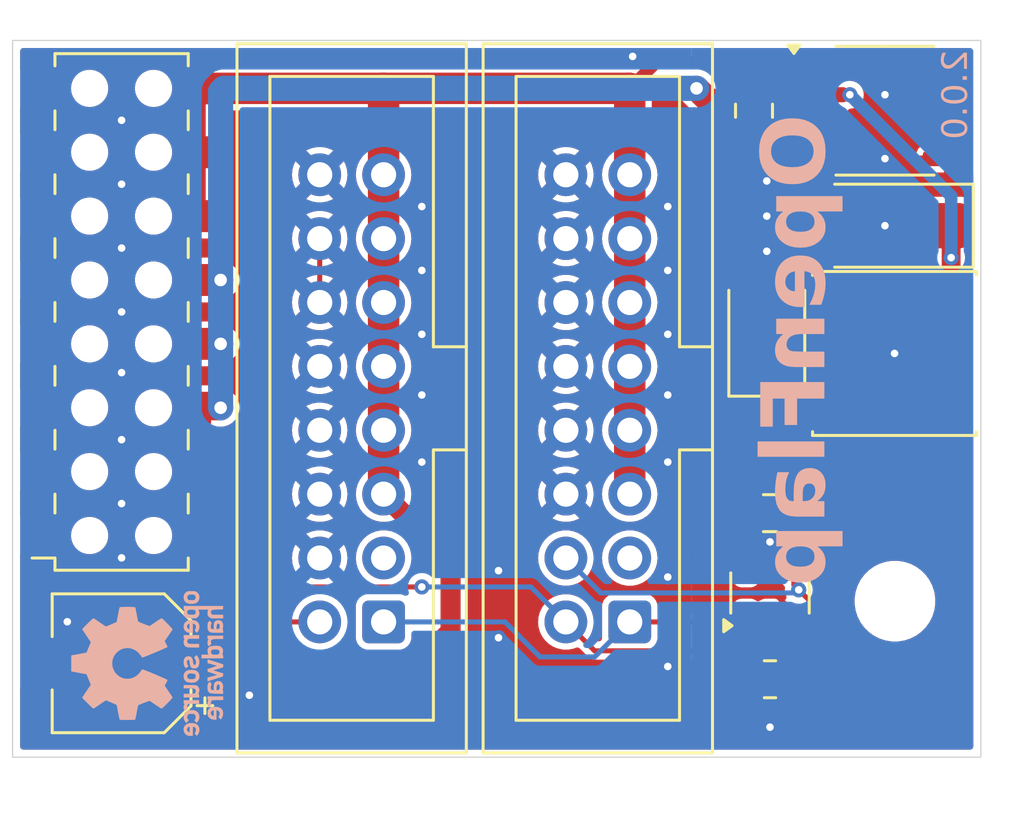
<source format=kicad_pcb>
(kicad_pcb (version 20240108) (generator "pcbnew") (generator_version "8.0")
  (title_block (title "Top Connector") (date "2024-07-26") (rev "2.0.0") (company "OpenFlap") (comment 1 "Designer: Toon Van Eyck"))
  (layers (0 "F.Cu" signal) (31 "B.Cu" signal) (34 "B.Paste" user) (35 "F.Paste" user) (36 "B.SilkS" user "B.Silkscreen") (37 "F.SilkS" user "F.Silkscreen") (38 "B.Mask" user) (39 "F.Mask" user) (44 "Edge.Cuts" user))
  (net 0 "")
  (net 1 "GND")
  (net 2 "+5V")
  (net 3 "+12V")
  (net 4 "Net-(D1-K)")
  (net 6 "/Data Return Path")
  (net 7 "/TX To Module")
  (net 8 "/RX From Module")
  (net 10 "Net-(J2-Pin_4)")
  (footprint "Package_TO_SOT_SMD:SOT-23-5" (layer "F.Cu") (at 116.221 150.036 90)
    (property "Reference" "U2" (hide yes))
    (property "Value" "74LVC1G66")
    (pad "1" smd roundrect (at -1.1375 -0.95 90) (size 1.325 0.6) (layers "F.Cu" "F.Paste" "F.Mask") (net 6 "/Data Return Path"))
    (pad "2" smd roundrect (at -1.1375 0 90) (size 1.325 0.6) (layers "F.Cu" "F.Paste" "F.Mask") (net 8 "/RX From Module"))
    (pad "3" smd roundrect (at -1.1375 0.95 90) (size 1.325 0.6) (layers "F.Cu" "F.Paste" "F.Mask") (net 1 "GND"))
    (pad "4" smd roundrect (at 1.1375 0.95 90) (size 1.325 0.6) (layers "F.Cu" "F.Paste" "F.Mask") (net 10 "Net-(J2-Pin_4)"))
    (pad "5" smd roundrect (at 1.1375 -0.95 90) (size 1.325 0.6) (layers "F.Cu" "F.Paste" "F.Mask") (net 2 "+5V"))
  )
  (footprint "Package_SO:SOIC-8_3.9x4.9mm_P1.27mm" (layer "F.Cu") (at 120.793 130.859)
    (property "Reference" "U1" (hide yes))
    (property "Value" "XL1509-5.0")
    (pad "1" smd roundrect (at -2.475 -1.905) (size 1.95 0.6) (layers "F.Cu" "F.Paste" "F.Mask") (net 3 "+12V"))
    (pad "2" smd roundrect (at -2.475 -0.635) (size 1.95 0.6) (layers "F.Cu" "F.Paste" "F.Mask") (net 4 "Net-(D1-K)"))
    (pad "3" smd roundrect (at -2.475 0.635) (size 1.95 0.6) (layers "F.Cu" "F.Paste" "F.Mask") (net 2 "+5V"))
    (pad "4" smd roundrect (at -2.475 1.905) (size 1.95 0.6) (layers "F.Cu" "F.Paste" "F.Mask") (net 1 "GND"))
    (pad "5" smd roundrect (at 2.475 1.905) (size 1.95 0.6) (layers "F.Cu" "F.Paste" "F.Mask") (net 1 "GND"))
    (pad "6" smd roundrect (at 2.475 0.635) (size 1.95 0.6) (layers "F.Cu" "F.Paste" "F.Mask") (net 1 "GND"))
    (pad "7" smd roundrect (at 2.475 -0.635) (size 1.95 0.6) (layers "F.Cu" "F.Paste" "F.Mask") (net 1 "GND"))
    (pad "8" smd roundrect (at 2.475 -1.905) (size 1.95 0.6) (layers "F.Cu" "F.Paste" "F.Mask") (net 1 "GND"))
  )
  (footprint "Diode_SMD:D_SMA" (layer "F.Cu") (at 120.793 135.431 180)
    (property "Reference" "D1" (hide yes))
    (property "Value" "SS210")
    (pad "1" smd roundrect (at -2 0 180) (size 2.5 1.8) (layers "F.Cu" "F.Paste" "F.Mask") (roundrect_rratio 0.1388888889) (net 4 "Net-(D1-K)"))
    (pad "2" smd roundrect (at 2 0 180) (size 2.5 1.8) (layers "F.Cu" "F.Paste" "F.Mask") (roundrect_rratio 0.1388888889) (net 1 "GND"))
  )
  (footprint "Inductor_SMD:L_Sunlord_SWPA6045S" (layer "F.Cu") (at 121.174 140.511 180)
    (property "Reference" "L1" (hide yes))
    (property "Value" "68µH")
    (pad "1" smd rect (at -2.25 0 180) (size 1.7 5.7) (layers "F.Cu" "F.Paste" "F.Mask") (net 4 "Net-(D1-K)"))
    (pad "2" smd rect (at 2.25 0 180) (size 1.7 5.7) (layers "F.Cu" "F.Paste" "F.Mask") (net 2 "+5V"))
  )
  (footprint "Capacitor_SMD:CP_Elec_5x5.4" (layer "F.Cu") (at 90.44 152.83 180)
    (property "Reference" "C4" (hide yes))
    (property "Value" "22µF")
    (pad "1" smd roundrect (at -2.2 0 180) (size 3 1.6) (layers "F.Cu" "F.Paste" "F.Mask") (roundrect_rratio 0.15625) (net 3 "+12V"))
    (pad "2" smd roundrect (at 2.2 0 180) (size 3 1.6) (layers "F.Cu" "F.Paste" "F.Mask") (roundrect_rratio 0.15625) (net 1 "GND"))
  )
  (footprint "Connector_IDC:IDC-Header_2x08_P2.54mm_Vertical" (layer "F.Cu") (at 100.8575 151.185 180)
    (property "Reference" "J1" (hide yes))
    (property "Value" "to prev top connector")
    (pad "1" thru_hole roundrect (at 0 0 180) (size 1.7 1.7) (drill 1) (layers "*.Cu" "*.Mask") (roundrect_rratio 0.147059) (net 6 "/Data Return Path"))
    (pad "2" thru_hole circle (at 2.54 0 180) (size 1.7 1.7) (drill 1) (layers "*.Cu" "*.Mask") (net 7 "/TX To Module"))
    (pad "3" thru_hole circle (at 0 2.54 180) (size 1.7 1.7) (drill 1) (layers "*.Cu" "*.Mask"))
    (pad "4" thru_hole circle (at 2.54 2.54 180) (size 1.7 1.7) (drill 1) (layers "*.Cu" "*.Mask") (net 1 "GND"))
    (pad "5" thru_hole circle (at 0 5.08 180) (size 1.7 1.7) (drill 1) (layers "*.Cu" "*.Mask") (net 3 "+12V"))
    (pad "6" thru_hole circle (at 2.54 5.08 180) (size 1.7 1.7) (drill 1) (layers "*.Cu" "*.Mask") (net 1 "GND"))
    (pad "7" thru_hole circle (at 0 7.62 180) (size 1.7 1.7) (drill 1) (layers "*.Cu" "*.Mask") (net 3 "+12V"))
    (pad "8" thru_hole circle (at 2.54 7.62 180) (size 1.7 1.7) (drill 1) (layers "*.Cu" "*.Mask") (net 1 "GND"))
    (pad "9" thru_hole circle (at 0 10.16 180) (size 1.7 1.7) (drill 1) (layers "*.Cu" "*.Mask") (net 3 "+12V"))
    (pad "10" thru_hole circle (at 2.54 10.16 180) (size 1.7 1.7) (drill 1) (layers "*.Cu" "*.Mask") (net 1 "GND"))
    (pad "11" thru_hole circle (at 0 12.7 180) (size 1.7 1.7) (drill 1) (layers "*.Cu" "*.Mask") (net 3 "+12V"))
    (pad "12" thru_hole circle (at 2.54 12.7 180) (size 1.7 1.7) (drill 1) (layers "*.Cu" "*.Mask") (net 1 "GND"))
    (pad "13" thru_hole circle (at 0 15.24 180) (size 1.7 1.7) (drill 1) (layers "*.Cu" "*.Mask") (net 3 "+12V"))
    (pad "14" thru_hole circle (at 2.54 15.24 180) (size 1.7 1.7) (drill 1) (layers "*.Cu" "*.Mask") (net 1 "GND"))
    (pad "15" thru_hole circle (at 0 17.78 180) (size 1.7 1.7) (drill 1) (layers "*.Cu" "*.Mask") (net 3 "+12V"))
    (pad "16" thru_hole circle (at 2.54 17.78 180) (size 1.7 1.7) (drill 1) (layers "*.Cu" "*.Mask") (net 1 "GND"))
  )
  (footprint "Capacitor_Tantalum_SMD:CP_EIA-3528-21_Kemet-B" (layer "F.Cu") (at 116.094 139.749 90)
    (property "Reference" "C1" (hide yes))
    (property "Value" "100µF")
    (pad "1" smd roundrect (at -1.5375 0 90) (size 1.325 2.35) (layers "F.Cu" "F.Paste" "F.Mask") (roundrect_rratio 0.188679) (net 2 "+5V"))
    (pad "2" smd roundrect (at 1.5375 0 90) (size 1.325 2.35) (layers "F.Cu" "F.Paste" "F.Mask") (roundrect_rratio 0.188679) (net 1 "GND"))
  )
  (footprint "Capacitor_SMD:C_0805_2012Metric" (layer "F.Cu") (at 116.221 146.861)
    (property "Reference" "C2" (hide yes))
    (property "Value" "100nF")
    (pad "1" smd roundrect (at -0.95 0) (size 1 1.45) (layers "F.Cu" "F.Paste" "F.Mask") (net 2 "+5V"))
    (pad "2" smd roundrect (at 0.95 0) (size 1 1.45) (layers "F.Cu" "F.Paste" "F.Mask") (net 1 "GND"))
  )
  (footprint "MountingHole:MountingHole_2.7mm_M2.5" (layer "F.Cu") (at 121.19 150.36)
    (property "Reference" "H1" (hide yes))
    (property "Value" "MountingHole")
    (pad "" np_thru_hole circle (at 0 0) (size 2.7 2.7) (drill 2.7) (layers "*.Cu" "*.Mask"))
  )
  (footprint "Resistor_SMD:R_0805_2012Metric" (layer "F.Cu") (at 116.221 153.465)
    (property "Reference" "R1" (hide yes))
    (property "Value" "10K")
    (pad "1" smd roundrect (at -0.9125 0) (size 1.025 1.4) (layers "F.Cu" "F.Paste" "F.Mask") (roundrect_rratio 0.243902) (net 2 "+5V"))
    (pad "2" smd roundrect (at 0.9125 0) (size 1.025 1.4) (layers "F.Cu" "F.Paste" "F.Mask") (roundrect_rratio 0.243902) (net 10 "Net-(J2-Pin_4)"))
  )
  (footprint "Connector_Samtec_HLE_SMD:Samtec_HLE-108-02-xxx-DV-BE_2x08_P2.54mm_Horizontal" (layer "F.Cu") (at 90.44 138.86 90)
    (property "Reference" "J3" (hide yes))
    (property "Value" "to module")
    (pad "" np_thru_hole circle (at -8.89 -1.27 90) (size 0.97 0.97) (drill 0.97) (layers "*.Cu" "*.Mask"))
    (pad "" np_thru_hole circle (at -8.89 1.27 90) (size 0.97 0.97) (drill 0.97) (layers "*.Cu" "*.Mask"))
    (pad "" np_thru_hole circle (at -6.35 -1.27 90) (size 0.97 0.97) (drill 0.97) (layers "*.Cu" "*.Mask"))
    (pad "" np_thru_hole circle (at -6.35 1.27 90) (size 0.97 0.97) (drill 0.97) (layers "*.Cu" "*.Mask"))
    (pad "" np_thru_hole circle (at -3.81 -1.27 90) (size 0.97 0.97) (drill 0.97) (layers "*.Cu" "*.Mask"))
    (pad "" np_thru_hole circle (at -3.81 1.27 90) (size 0.97 0.97) (drill 0.97) (layers "*.Cu" "*.Mask"))
    (pad "" np_thru_hole circle (at -1.27 -1.27 90) (size 0.97 0.97) (drill 0.97) (layers "*.Cu" "*.Mask"))
    (pad "" np_thru_hole circle (at -1.27 1.27 90) (size 0.97 0.97) (drill 0.97) (layers "*.Cu" "*.Mask"))
    (pad "" np_thru_hole circle (at 1.27 -1.27 90) (size 0.97 0.97) (drill 0.97) (layers "*.Cu" "*.Mask"))
    (pad "" np_thru_hole circle (at 1.27 1.27 90) (size 0.97 0.97) (drill 0.97) (layers "*.Cu" "*.Mask"))
    (pad "" np_thru_hole circle (at 3.81 -1.27 90) (size 0.97 0.97) (drill 0.97) (layers "*.Cu" "*.Mask"))
    (pad "" np_thru_hole circle (at 3.81 1.27 90) (size 0.97 0.97) (drill 0.97) (layers "*.Cu" "*.Mask"))
    (pad "" np_thru_hole circle (at 6.35 -1.27 90) (size 0.97 0.97) (drill 0.97) (layers "*.Cu" "*.Mask"))
    (pad "" np_thru_hole circle (at 6.35 1.27 90) (size 0.97 0.97) (drill 0.97) (layers "*.Cu" "*.Mask"))
    (pad "" np_thru_hole circle (at 8.89 -1.27 90) (size 0.97 0.97) (drill 0.97) (layers "*.Cu" "*.Mask"))
    (pad "" np_thru_hole circle (at 8.89 1.27 90) (size 0.97 0.97) (drill 0.97) (layers "*.Cu" "*.Mask"))
    (pad "1" smd custom (at -8.89 -2.796 90) (size 1.27 1.528) (layers "F.Cu" "F.Paste" "F.Mask") (net 7 "/TX To Module") (options (clearance outline) (anchor rect)) (primitives (gr_poly (pts (xy -0.635 0.9418) (arc (start -0.4572 0.9418) (mid 0 0.784163) (end 0.4572 0.9418)) (xy 0.635 0.9418) (xy 0.635 -0.764) (xy -0.635 -0.764)) (width 0) (fill yes))))
    (pad "2" smd custom (at -8.89 2.794 90) (size 1.27 1.528) (layers "F.Cu" "F.Paste" "F.Mask") (net 8 "/RX From Module") (options (clearance outline) (anchor rect)) (primitives (gr_poly (pts (xy 0.635 -0.9398) (arc (start 0.4572 -0.9398) (mid 0 -0.782163) (end -0.4572 -0.9398)) (xy -0.635 -0.9398) (xy -0.635 0.766) (xy 0.635 0.766)) (width 0) (fill yes))))
    (pad "3" smd custom (at -6.35 -2.796 90) (size 1.27 1.528) (layers "F.Cu" "F.Paste" "F.Mask") (options (clearance outline) (anchor rect)) (primitives (gr_poly (pts (xy -0.635 0.9418) (arc (start -0.4572 0.9418) (mid 0 0.784163) (end 0.4572 0.9418)) (xy 0.635 0.9418) (xy 0.635 -0.764) (xy -0.635 -0.764)) (width 0) (fill yes))))
    (pad "4" smd custom (at -6.35 2.794 90) (size 1.27 1.528) (layers "F.Cu" "F.Paste" "F.Mask") (options (clearance outline) (anchor rect)) (primitives (gr_poly (pts (xy 0.635 -0.9398) (arc (start 0.4572 -0.9398) (mid 0 -0.782163) (end -0.4572 -0.9398)) (xy -0.635 -0.9398) (xy -0.635 0.766) (xy 0.635 0.766)) (width 0) (fill yes))))
    (pad "5" smd custom (at -3.81 -2.796 90) (size 1.27 1.528) (layers "F.Cu" "F.Paste" "F.Mask") (net 1 "GND") (options (clearance outline) (anchor rect)) (primitives (gr_poly (pts (xy -0.635 0.9418) (arc (start -0.4572 0.9418) (mid 0 0.784163) (end 0.4572 0.9418)) (xy 0.635 0.9418) (xy 0.635 -0.764) (xy -0.635 -0.764)) (width 0) (fill yes))))
    (pad "6" smd custom (at -3.81 2.794 90) (size 1.27 1.528) (layers "F.Cu" "F.Paste" "F.Mask") (net 2 "+5V") (options (clearance outline) (anchor rect)) (primitives (gr_poly (pts (xy 0.635 -0.9398) (arc (start 0.4572 -0.9398) (mid 0 -0.782163) (end -0.4572 -0.9398)) (xy -0.635 -0.9398) (xy -0.635 0.766) (xy 0.635 0.766)) (width 0) (fill yes))))
    (pad "7" smd custom (at -1.27 -2.796 90) (size 1.27 1.528) (layers "F.Cu" "F.Paste" "F.Mask") (net 1 "GND") (options (clearance outline) (anchor rect)) (primitives (gr_poly (pts (xy -0.635 0.9418) (arc (start -0.4572 0.9418) (mid 0 0.784163) (end 0.4572 0.9418)) (xy 0.635 0.9418) (xy 0.635 -0.764) (xy -0.635 -0.764)) (width 0) (fill yes))))
    (pad "8" smd custom (at -1.27 2.794 90) (size 1.27 1.528) (layers "F.Cu" "F.Paste" "F.Mask") (net 2 "+5V") (options (clearance outline) (anchor rect)) (primitives (gr_poly (pts (xy 0.635 -0.9398) (arc (start 0.4572 -0.9398) (mid 0 -0.782163) (end -0.4572 -0.9398)) (xy -0.635 -0.9398) (xy -0.635 0.766) (xy 0.635 0.766)) (width 0) (fill yes))))
    (pad "9" smd custom (at 1.27 -2.796 90) (size 1.27 1.528) (layers "F.Cu" "F.Paste" "F.Mask") (net 1 "GND") (options (clearance outline) (anchor rect)) (primitives (gr_poly (pts (xy -0.635 0.9418) (arc (start -0.4572 0.9418) (mid 0 0.784163) (end 0.4572 0.9418)) (xy 0.635 0.9418) (xy 0.635 -0.764) (xy -0.635 -0.764)) (width 0) (fill yes))))
    (pad "10" smd custom (at 1.27 2.794 90) (size 1.27 1.528) (layers "F.Cu" "F.Paste" "F.Mask") (net 2 "+5V") (options (clearance outline) (anchor rect)) (primitives (gr_poly (pts (xy 0.635 -0.9398) (arc (start 0.4572 -0.9398) (mid 0 -0.782163) (end -0.4572 -0.9398)) (xy -0.635 -0.9398) (xy -0.635 0.766) (xy 0.635 0.766)) (width 0) (fill yes))))
    (pad "11" smd custom (at 3.81 -2.796 90) (size 1.27 1.528) (layers "F.Cu" "F.Paste" "F.Mask") (net 1 "GND") (options (clearance outline) (anchor rect)) (primitives (gr_poly (pts (xy -0.635 0.9418) (arc (start -0.4572 0.9418) (mid 0 0.784163) (end 0.4572 0.9418)) (xy 0.635 0.9418) (xy 0.635 -0.764) (xy -0.635 -0.764)) (width 0) (fill yes))))
    (pad "12" smd custom (at 3.81 2.794 90) (size 1.27 1.528) (layers "F.Cu" "F.Paste" "F.Mask") (net 3 "+12V") (options (clearance outline) (anchor rect)) (primitives (gr_poly (pts (xy 0.635 -0.9398) (arc (start 0.4572 -0.9398) (mid 0 -0.782163) (end -0.4572 -0.9398)) (xy -0.635 -0.9398) (xy -0.635 0.766) (xy 0.635 0.766)) (width 0) (fill yes))))
    (pad "13" smd custom (at 6.35 -2.796 90) (size 1.27 1.528) (layers "F.Cu" "F.Paste" "F.Mask") (net 1 "GND") (options (clearance outline) (anchor rect)) (primitives (gr_poly (pts (xy -0.635 0.9418) (arc (start -0.4572 0.9418) (mid 0 0.784163) (end 0.4572 0.9418)) (xy 0.635 0.9418) (xy 0.635 -0.764) (xy -0.635 -0.764)) (width 0) (fill yes))))
    (pad "14" smd custom (at 6.35 2.794 90) (size 1.27 1.528) (layers "F.Cu" "F.Paste" "F.Mask") (net 3 "+12V") (options (clearance outline) (anchor rect)) (primitives (gr_poly (pts (xy 0.635 -0.9398) (arc (start 0.4572 -0.9398) (mid 0 -0.782163) (end -0.4572 -0.9398)) (xy -0.635 -0.9398) (xy -0.635 0.766) (xy 0.635 0.766)) (width 0) (fill yes))))
    (pad "15" smd custom (at 8.89 -2.796 90) (size 1.27 1.528) (layers "F.Cu" "F.Paste" "F.Mask") (net 1 "GND") (options (clearance outline) (anchor rect)) (primitives (gr_poly (pts (xy -0.635 0.9418) (arc (start -0.4572 0.9418) (mid 0 0.784163) (end 0.4572 0.9418)) (xy 0.635 0.9418) (xy 0.635 -0.764) (xy -0.635 -0.764)) (width 0) (fill yes))))
    (pad "16" smd custom (at 8.89 2.794 90) (size 1.27 1.528) (layers "F.Cu" "F.Paste" "F.Mask") (net 3 "+12V") (options (clearance outline) (anchor rect)) (primitives (gr_poly (pts (xy 0.635 -0.9398) (arc (start 0.4572 -0.9398) (mid 0 -0.782163) (end -0.4572 -0.9398)) (xy -0.635 -0.9398) (xy -0.635 0.766) (xy 0.635 0.766)) (width 0) (fill yes))))
  )
  (footprint "Connector_IDC:IDC-Header_2x08_P2.54mm_Vertical" (layer "F.Cu") (at 110.645 151.185 180)
    (property "Reference" "J2" (hide yes))
    (property "Value" "to next top connector")
    (pad "1" thru_hole roundrect (at 0 0 180) (size 1.7 1.7) (drill 1) (layers "*.Cu" "*.Mask") (roundrect_rratio 0.147059) (net 6 "/Data Return Path"))
    (pad "2" thru_hole circle (at 2.54 0 180) (size 1.7 1.7) (drill 1) (layers "*.Cu" "*.Mask") (net 8 "/RX From Module"))
    (pad "3" thru_hole circle (at 0 2.54 180) (size 1.7 1.7) (drill 1) (layers "*.Cu" "*.Mask"))
    (pad "4" thru_hole circle (at 2.54 2.54 180) (size 1.7 1.7) (drill 1) (layers "*.Cu" "*.Mask") (net 10 "Net-(J2-Pin_4)"))
    (pad "5" thru_hole circle (at 0 5.08 180) (size 1.7 1.7) (drill 1) (layers "*.Cu" "*.Mask") (net 3 "+12V"))
    (pad "6" thru_hole circle (at 2.54 5.08 180) (size 1.7 1.7) (drill 1) (layers "*.Cu" "*.Mask") (net 1 "GND"))
    (pad "7" thru_hole circle (at 0 7.62 180) (size 1.7 1.7) (drill 1) (layers "*.Cu" "*.Mask") (net 3 "+12V"))
    (pad "8" thru_hole circle (at 2.54 7.62 180) (size 1.7 1.7) (drill 1) (layers "*.Cu" "*.Mask") (net 1 "GND"))
    (pad "9" thru_hole circle (at 0 10.16 180) (size 1.7 1.7) (drill 1) (layers "*.Cu" "*.Mask") (net 3 "+12V"))
    (pad "10" thru_hole circle (at 2.54 10.16 180) (size 1.7 1.7) (drill 1) (layers "*.Cu" "*.Mask") (net 1 "GND"))
    (pad "11" thru_hole circle (at 0 12.7 180) (size 1.7 1.7) (drill 1) (layers "*.Cu" "*.Mask") (net 3 "+12V"))
    (pad "12" thru_hole circle (at 2.54 12.7 180) (size 1.7 1.7) (drill 1) (layers "*.Cu" "*.Mask") (net 1 "GND"))
    (pad "13" thru_hole circle (at 0 15.24 180) (size 1.7 1.7) (drill 1) (layers "*.Cu" "*.Mask") (net 3 "+12V"))
    (pad "14" thru_hole circle (at 2.54 15.24 180) (size 1.7 1.7) (drill 1) (layers "*.Cu" "*.Mask") (net 1 "GND"))
    (pad "15" thru_hole circle (at 0 17.78 180) (size 1.7 1.7) (drill 1) (layers "*.Cu" "*.Mask") (net 3 "+12V"))
    (pad "16" thru_hole circle (at 2.54 17.78 180) (size 1.7 1.7) (drill 1) (layers "*.Cu" "*.Mask") (net 1 "GND"))
  )
  (footprint "Capacitor_SMD:C_0805_2012Metric" (layer "F.Cu") (at 115.586 130.859 -90)
    (property "Reference" "C3" (hide yes))
    (property "Value" "100nF")
    (pad "1" smd roundrect (at -0.95 0 270) (size 1 1.45) (layers "F.Cu" "F.Paste" "F.Mask") (net 3 "+12V"))
    (pad "2" smd roundrect (at 0.95 0 270) (size 1 1.45) (layers "F.Cu" "F.Paste" "F.Mask") (net 1 "GND"))
  )
  (footprint "Symbol:OSHW-Logo_5.7x6mm_SilkScreen" (layer "B.Cu") (at 91.456 152.83 -90)
    (property "Reference" "REF**" (hide yes))
    (property "Value" "OSHW-Logo_5.7x6mm_SilkScreen" (hide yes))
  )
  (gr_rect (start 86.105 128.065) (end 124.605 156.565) (stroke (width 0.05)) (fill none) (layer "Edge.Cuts"))
  (gr_text "${REVISION}" (at 124.222 128.446 90) (layer "B.SilkS") (effects (font (size 1 1) (thickness 0.125)) (justify left bottom mirror)))
  (gr_text "${COMPANY}" (at 118.808939 130.985079 90) (layer "B.SilkS") (effects (font (size 2.5 2.5) (thickness 0.3) (bold yes)) (justify left bottom mirror)))
  (gr_text "${PROJECTNAME}\n" (at 120.666 130.986 90) (layer "B.SilkS") (effects (font (size 1.3 1.3) (thickness 0.3) (bold yes)) (justify left bottom mirror)))
  (segment (start 87.72 129.97) (end 87.72 142.67) (width 0.2) (layer "F.Cu") (net 1))
  (segment (start 108.105 141.025) (end 106.835 139.755) (width 0.2) (layer "F.Cu") (net 1))
  (segment (start 87.72 136.32) (end 95.393 136.32) (width 0.2) (layer "F.Cu") (net 1))
  (segment (start 98.3175 146.105) (end 97.0475 147.375) (width 0.2) (layer "F.Cu") (net 1))
  (segment (start 97.0475 134.675) (end 97.36025 134.98775) (width 0.2) (layer "F.Cu") (net 1))
  (segment (start 95.393 136.32) (end 97.044 134.669) (width 0.2) (layer "F.Cu") (net 1))
  (segment (start 115.586 131.809) (end 115.586 132.764) (width 0.2) (layer "F.Cu") (net 1))
  (segment (start 116.094 133.653) (end 116.094 132.891) (width 0.2) (layer "F.Cu") (net 1))
  (segment (start 120.793 128.954) (end 120.793 130.224) (width 0.2) (layer "F.Cu") (net 1))
  (segment (start 106.835 137.215) (end 108.105 138.485) (width 0.2) (layer "F.Cu") (net 1))
  (segment (start 116.348 147.877) (end 116.221 148.004) (width 0.2) (layer "F.Cu") (net 1))
  (segment (start 98.3175 143.565) (end 97.0475 144.835) (width 0.2) (layer "F.Cu") (net 1))
  (segment (start 116.348 148.131) (end 116.348 149.997448) (width 0.2) (layer "F.Cu") (net 1))
  (segment (start 88.24 151.22) (end 88.281 151.179) (width 0.2) (layer "F.Cu") (net 1))
  (segment (start 106.835 139.755) (end 108.105 138.485) (width 0.2) (layer "F.Cu") (net 1))
  (segment (start 97.0475 147.375) (end 98.3175 148.645) (width 0.2) (layer "F.Cu") (net 1))
  (segment (start 108.105 135.945) (end 106.835 137.215) (width 0.2) (layer "F.Cu") (net 1))
  (segment (start 116.094 138.2115) (end 116.094 136.447) (width 0.75) (layer "F.Cu") (net 1))
  (segment (start 118.318 132.764) (end 120.793 132.764) (width 0.2) (layer "F.Cu") (net 1))
  (segment (start 116.221 135.431) (end 116.094 135.304) (width 0.2) (layer "F.Cu") (net 1))
  (segment (start 106.835 134.675) (end 108.105 135.945) (width 0.2) (layer "F.Cu") (net 1))
  (segment (start 106.835 142.295) (end 108.105 141.025) (width 0.2) (layer "F.Cu") (net 1))
  (segment (start 97.0475 139.755) (end 98.3175 141.025) (width 0.2) (layer "F.Cu") (net 1))
  (segment (start 120.793 132.764) (end 123.268 132.764) (width 0.2) (layer "F.Cu") (net 1))
  (segment (start 108.105 146.105) (end 106.835 144.835) (width 0.2) (layer "F.Cu") (net 1))
  (segment (start 97.0475 144.835) (end 98.3175 146.105) (width 0.2) (layer "F.Cu") (net 1))
  (segment (start 114.658448 149.997448) (end 112.03 147.369) (width 0.2) (layer "F.Cu") (net 1))
  (segment (start 87.72 129.97) (end 87.72 136.32) (width 0.2) (layer "F.Cu") (net 1))
  (segment (start 108.105 133.405) (end 106.835 134.675) (width 0.2) (layer "F.Cu") (net 1))
  (segment (start 97.0475 142.295) (end 98.3175 143.565) (width 0.2) (layer "F.Cu") (net 1))
  (segment (start 120.793 130.224) (end 120.793 131.494) (width 0.2) (layer "F.Cu") (net 1))
  (segment (start 97.36025 134.98775) (end 98.3175 135.945) (width 0.2) (layer "F.Cu") (net 1))
  (segment (start 116.094 136.447) (end 116.094 135.304) (width 0.75) (layer "F.Cu") (net 1))
  (segment (start 98.3175 138.485) (end 97.0475 139.755) (width 0.2) (layer "F.Cu") (net 1))
  (segment (start 117.171 150.820448) (end 117.171 151.1735) (width 0.2) (layer "F.Cu") (net 1))
  (segment (start 116.348 146.861) (end 116.348 147.877) (width 0.2) (layer "F.Cu") (net 1))
  (segment (start 120.793 133.78) (end 120.793 133.399) (width 0.2) (layer "F.Cu") (net 1))
  (segment (start 118.793 135.431) (end 116.221 135.431) (width 0.75) (layer "F.Cu") (net 1))
  (segment (start 120.793 133.399) (end 120.793 132.764) (width 0.2) (layer "F.Cu") (net 1))
  (segment (start 98.3175 141.025) (end 97.0475 142.295) (width 0.2) (layer "F.Cu") (net 1))
  (segment (start 109.369 147.369) (end 108.105 146.105) (width 0.2) (layer "F.Cu") (net 1))
  (segment (start 123.268 130.224) (end 120.793 130.224) (width 0.2) (layer "F.Cu") (net 1))
  (segment (start 87.72 136.32) (end 87.72 137.59) (width 0.2) (layer "F.Cu") (net 1))
  (segment (start 88.24 152.83) (end 88.24 151.22) (width 0.2) (layer "F.Cu") (net 1))
  (segment (start 116.094 132.891) (end 115.967 132.764) (width 0.2) (layer "F.Cu") (net 1))
  (segment (start 123.268 128.954) (end 120.793 128.954) (width 0.2) (layer "F.Cu") (net 1))
  (segment (start 116.221 148.004) (end 116.348 148.131) (width 0.2) (layer "F.Cu") (net 1))
  (segment (start 87.72 129.97) (end 87.72 140.13) (width 0.2) (layer "F.Cu") (net 1))
  (segment (start 98.3175 133.405) (end 97.0475 134.675) (width 0.2) (layer "F.Cu") (net 1))
  (segment (start 87.72 129.97) (end 87.72 135.05) (width 0.2) (layer "F.Cu") (net 1))
  (segment (start 106.835 144.835) (end 108.105 143.565) (width 0.2) (layer "F.Cu") (net 1))
  (segment (start 87.72 129.97) (end 87.72 132.51) (width 0.2) (layer "F.Cu") (net 1))
  (segment (start 119.142 133.78) (end 120.793 133.78) (width 0.2) (layer "F.Cu") (net 1))
  (segment (start 98.3175 135.945) (end 98.3175 138.485) (width 0.2) (layer "F.Cu") (net 1))
  (segment (start 120.793 131.494) (end 120.793 132.764) (width 0.2) (layer "F.Cu") (net 1))
  (segment (start 116.348 146.861) (end 117.171 146.861) (width 0.2) (layer "F.Cu") (net 1))
  (segment (start 118.793 135.431) (end 118.793 134.129) (width 0.2) (layer "F.Cu") (net 1))
  (segment (start 108.105 143.565) (end 106.835 142.295) (width 0.2) (layer "F.Cu") (net 1))
  (segment (start 118.793 134.129) (end 119.142 133.78) (width 0.2) (layer "F.Cu") (net 1))
  (segment (start 116.348 149.997448) (end 117.171 150.820448) (width 0.2) (layer "F.Cu") (net 1))
  (segment (start 116.348 149.997448) (end 114.658448 149.997448) (width 0.2) (layer "F.Cu") (net 1))
  (segment (start 115.967 132.764) (end 118.318 132.764) (width 0.2) (layer "F.Cu") (net 1))
  (segment (start 116.094 135.304) (end 116.094 133.653) (width 0.2) (layer "F.Cu") (net 1))
  (segment (start 123.268 131.494) (end 120.793 131.494) (width 0.2) (layer "F.Cu") (net 1))
  (segment (start 112.03 147.369) (end 109.369 147.369) (width 0.2) (layer "F.Cu") (net 1))
  (segment (start 115.586 132.764) (end 115.967 132.764) (width 0.2) (layer "F.Cu") (net 1))
  (via (at 112.157 134.669) (size 0.6) (drill 0.3) (layers "F.Cu" "B.Cu") (net 1))
  (via (at 110.76 128.7) (size 0.6) (drill 0.3) (layers "F.Cu" "B.Cu") (net 1))
  (via (at 102.378 137.209) (size 0.6) (drill 0.3) (layers "F.Cu" "B.Cu") (net 1))
  (via (at 102.378 134.669) (size 0.6) (drill 0.3) (layers "F.Cu" "B.Cu") (net 1))
  (via (at 116.094 136.447) (size 0.6) (drill 0.3) (layers "F.Cu" "B.Cu") (net 1))
  (via (at 90.44 133.78) (size 0.6) (drill 0.3) (layers "F.Cu" "B.Cu") (net 1))
  (via (at 116.094 135.05) (size 0.6) (drill 0.3) (layers "F.Cu" "B.Cu") (net 1))
  (via (at 120.793 135.431) (size 0.6) (drill 0.3) (layers "F.Cu" "B.Cu") (net 1))
  (via (at 120.793 132.764) (size 0.6) (drill 0.3) (layers "F.Cu" "B.Cu") (net 1))
  (via (at 112.157 149.401) (size 0.6) (drill 0.3) (layers "F.Cu" "B.Cu") (net 1))
  (via (at 121.174 140.511) (size 0.6) (drill 0.3) (layers "F.Cu" "B.Cu") (net 1))
  (via (at 90.44 141.273) (size 0.6) (drill 0.3) (layers "F.Cu" "B.Cu") (net 1))
  (via (at 102.378 144.829) (size 0.6) (drill 0.3) (layers "F.Cu" "B.Cu") (net 1))
  (via (at 90.44 136.32) (size 0.6) (drill 0.3) (layers "F.Cu" "B.Cu") (net 1))
  (via (at 116.094 133.653) (size 0.6) (drill 0.3) (layers "F.Cu" "B.Cu") (net 1))
  (via (at 102.378 139.749) (size 0.6) (drill 0.3) (layers "F.Cu" "B.Cu") (net 1))
  (via (at 90.44 131.24) (size 0.6) (drill 0.3) (layers "F.Cu" "B.Cu") (net 1))
  (via (at 112.157 142.162) (size 0.6) (drill 0.3) (layers "F.Cu" "B.Cu") (net 1))
  (via (at 105.426 149.147) (size 0.6) (drill 0.3) (layers "F.Cu" "B.Cu") (net 1))
  (via (at 90.44 138.86) (size 0.6) (drill 0.3) (layers "F.Cu" "B.Cu") (net 1))
  (via (at 102.378 142.162) (size 0.6) (drill 0.3) (layers "F.Cu" "B.Cu") (net 1))
  (via (at 112.157 144.829) (size 0.6) (drill 0.3) (layers "F.Cu" "B.Cu") (net 1))
  (via (at 112.157 137.209) (size 0.6) (drill 0.3) (layers "F.Cu" "B.Cu") (net 1))
  (via (at 112.157 152.957) (size 0.6) (drill 0.3) (layers "F.Cu" "B.Cu") (net 1))
  (via (at 112.157 139.749) (size 0.6) (drill 0.3) (layers "F.Cu" "B.Cu") (net 1))
  (via (at 105.426 151.814) (size 0.6) (drill 0.3) (layers "F.Cu" "B.Cu") (net 1))
  (via (at 95.52 154.1) (size 0.6) (drill 0.3) (layers "F.Cu" "B.Cu") (net 1))
  (via (at 90.44 146.48) (size 0.6) (drill 0.3) (layers "F.Cu" "B.Cu") (net 1))
  (via (at 116.221 155.37) (size 0.6) (drill 0.3) (layers "F.Cu" "B.Cu") (net 1))
  (via (at 88.281 151.179) (size 0.6) (drill 0.3) (layers "F.Cu" "B.Cu") (net 1))
  (via (at 90.44 143.94) (size 0.6) (drill 0.3) (layers "F.Cu" "B.Cu") (net 1))
  (via (at 120.793 130.224) (size 0.6) (drill 0.3) (layers "F.Cu" "B.Cu") (net 1))
  (via (at 116.221 148.004) (size 0.6) (drill 0.3) (layers "F.Cu" "B.Cu") (net 1))
  (via (at 90.44 148.639) (size 0.6) (drill 0.3) (layers "F.Cu" "B.Cu") (net 1))
  (segment (start 108.093 133.417) (end 108.105 133.405) (width 0.2) (layer "B.Cu") (net 1))
  (segment (start 97.1805 149.782) (end 98.3175 148.645) (width 0.2) (layer "B.Cu") (net 1))
  (segment (start 106.696 132.002) (end 106.702 132.002) (width 0.2) (layer "B.Cu") (net 1))
  (segment (start 109.255 134.555) (end 108.105 133.405) (width 0.2) (layer "B.Cu") (net 1))
  (segment (start 89.678 149.782) (end 97.1805 149.782) (width 0.2) (layer "B.Cu") (net 1))
  (segment (start 99.8475 131.875) (end 106.569 131.875) (width 0.2) (layer "B.Cu") (net 1))
  (segment (start 88.281 151.179) (end 89.678 149.782) (width 0.2) (layer "B.Cu") (net 1))
  (segment (start 106.702 132.002) (end 108.105 133.405) (width 0.2) (layer "B.Cu") (net 1))
  (segment (start 106.569 131.875) (end 106.696 132.002) (width 0.2) (layer "B.Cu") (net 1))
  (segment (start 116.094 135.05) (end 115.599 134.555) (width 0.2) (layer "B.Cu") (net 1))
  (segment (start 115.599 134.555) (end 109.255 134.555) (width 0.2) (layer "B.Cu") (net 1))
  (segment (start 98.3175 133.405) (end 99.8475 131.875) (width 0.2) (layer "B.Cu") (net 1))
  (segment (start 115.271 148.8985) (end 115.271 146.861) (width 0.2) (layer "F.Cu") (net 2))
  (segment (start 113.3 129.97) (end 113.935 130.605) (width 1) (layer "F.Cu") (net 2))
  (segment (start 116.475 130.859) (end 113.935 130.859) (width 0.2) (layer "F.Cu") (net 2))
  (segment (start 115.57 154.465) (end 117.888 154.465) (width 0.2) (layer "F.Cu") (net 2))
  (segment (start 118.318 131.494) (end 117.11 131.494) (width 0.2) (layer "F.Cu") (net 2))
  (segment (start 114.443 139.749) (end 116.221 139.749) (width 1) (layer "F.Cu") (net 2))
  (segment (start 117.11 131.494) (end 116.475 130.859) (width 0.2) (layer "F.Cu") (net 2))
  (segment (start 115.3085 154.2035) (end 115.57 154.465) (width 0.2) (layer "F.Cu") (net 2))
  (segment (start 116.094 141.2865) (end 116.094 139.876) (width 0.75) (layer "F.Cu") (net 2))
  (segment (start 115.3085 153.465) (end 115.3085 154.2035) (width 0.2) (layer "F.Cu") (net 2))
  (segment (start 115.271 145.21) (end 114.443 144.382) (width 0.2) (layer "F.Cu") (net 2))
  (segment (start 93.234 142.67) (end 94.377 142.67) (width 1) (layer "F.Cu") (net 2))
  (segment (start 93.16 137.59) (end 94.377 137.59) (width 1) (layer "F.Cu") (net 2))
  (segment (start 118.924 140.511) (end 118.162 139.749) (width 0.2) (layer "F.Cu") (net 2))
  (segment (start 113.935 130.605) (end 113.935 130.859) (width 1) (layer "F.Cu") (net 2))
  (segment (start 113.935 139.241) (end 114.443 139.749) (width 1) (layer "F.Cu") (net 2))
  (segment (start 115.271 145.21) (end 115.271 146.861) (width 0.2) (layer "F.Cu") (net 2))
  (segment (start 117.999 145.21) (end 115.271 145.21) (width 0.2) (layer "F.Cu") (net 2))
  (segment (start 117.888 154.465) (end 118.171 154.182) (width 0.2) (layer "F.Cu") (net 2))
  (segment (start 118.171 145.382) (end 117.999 145.21) (width 0.2) (layer "F.Cu") (net 2))
  (segment (start 118.171 154.182) (end 118.171 145.382) (width 0.2) (layer "F.Cu") (net 2))
  (segment (start 113.935 130.859) (end 113.935 139.241) (width 1) (layer "F.Cu") (net 2))
  (segment (start 116.221 139.749) (end 118.162 139.749) (width 1) (layer "F.Cu") (net 2))
  (segment (start 116.094 139.876) (end 116.221 139.749) (width 0.2) (layer "F.Cu") (net 2))
  (segment (start 94.377 140.13) (end 93.16 140.13) (width 1) (layer "F.Cu") (net 2))
  (segment (start 114.443 144.382) (end 114.443 139.749) (width 0.2) (layer "F.Cu") (net 2))
  (via (at 94.377 140.13) (size 1) (drill 0.5) (layers "F.Cu" "B.Cu") (net 2))
  (via (at 94.377 137.59) (size 1) (drill 0.5) (layers "F.Cu" "B.Cu") (net 2))
  (via (at 113.3 129.97) (size 1) (drill 0.5) (layers "F.Cu" "B.Cu") (net 2))
  (via (at 94.377 142.67) (size 1) (drill 0.5) (layers "F.Cu" "B.Cu") (net 2))
  (segment (start 113.3 129.97) (end 94.504 129.97) (width 1) (layer "B.Cu") (net 2))
  (segment (start 94.377 137.59) (end 94.377 142.67) (width 1) (layer "B.Cu") (net 2))
  (segment (start 94.504 129.97) (end 94.377 130.097) (width 1) (layer "B.Cu") (net 2))
  (segment (start 94.377 130.097) (end 94.377 137.59) (width 1) (layer "B.Cu") (net 2))
  (segment (start 110.645 141.025) (end 110.645 138.485) (width 1.25) (layer "F.Cu") (net 3))
  (segment (start 93.16 132.51) (end 93.16 129.97) (width 1.25) (layer "F.Cu") (net 3))
  (segment (start 110.645 146.105) (end 110.645 143.565) (width 1.25) (layer "F.Cu") (net 3))
  (segment (start 100.8575 146.105) (end 100.8575 143.565) (width 1.25) (layer "F.Cu") (net 3))
  (segment (start 111.673 128.954) (end 110.645 129.982) (width 0.5) (layer "F.Cu") (net 3))
  (segment (start 93.16 135.05) (end 93.16 132.51) (width 1.25) (layer "F.Cu") (net 3))
  (segment (start 100.8575 133.405) (end 100.975 133.405) (width 1.25) (layer "F.Cu") (net 3))
  (segment (start 110.645 143.565) (end 110.645 141.025) (width 1.25) (layer "F.Cu") (net 3))
  (segment (start 103.521 148.7685) (end 103.521 151.56) (width 0.8) (layer "F.Cu") (net 3))
  (segment (start 100.8575 138.485) (end 100.8575 135.945) (width 1.25) (layer "F.Cu") (net 3))
  (segment (start 100.8575 133.405) (end 100.8575 129.9735) (width 1.25) (layer "F.Cu") (net 3))
  (segment (start 100.8575 143.565) (end 100.8575 141.025) (width 1.25) (layer "F.Cu") (net 3))
  (segment (start 100.854 129.97) (end 110.633 129.97) (width 1.25) (layer "F.Cu") (net 3))
  (segment (start 115.586 128.954) (end 111.673 128.954) (width 0.5) (layer "F.Cu") (net 3))
  (segment (start 110.645 129.982) (end 110.645 133.405) (width 1.25) (layer "F.Cu") (net 3))
  (segment (start 118.318 128.954) (end 115.586 128.954) (width 0.5) (layer "F.Cu") (net 3))
  (segment (start 110.633 129.97) (end 110.645 129.982) (width 1.25) (layer "F.Cu") (net 3))
  (segment (start 100.8575 141.025) (end 100.8575 138.485) (width 1.25) (layer "F.Cu") (net 3))
  (segment (start 110.645 135.945) (end 110.645 133.405) (width 1.25) (layer "F.Cu") (net 3))
  (segment (start 100.8575 146.105) (end 103.521 148.7685) (width 0.8) (layer "F.Cu") (net 3))
  (segment (start 103.521 151.56) (end 102.251 152.83) (width 0.8) (layer "F.Cu") (net 3))
  (segment (start 93.16 129.97) (end 100.854 129.97) (width 1.25) (layer "F.Cu") (net 3))
  (segment (start 115.586 128.954) (end 115.586 129.909) (width 0.3) (layer "F.Cu") (net 3))
  (segment (start 100.8575 129.9735) (end 100.854 129.97) (width 1.25) (layer "F.Cu") (net 3))
  (segment (start 102.251 152.83) (end 92.64 152.83) (width 0.8) (layer "F.Cu") (net 3))
  (segment (start 100.975 133.405) (end 100.981 133.399) (width 1.25) (layer "F.Cu") (net 3))
  (segment (start 100.8575 133.405) (end 100.8575 135.945) (width 1.25) (layer "F.Cu") (net 3))
  (segment (start 110.645 138.485) (end 110.645 135.945) (width 1.25) (layer "F.Cu") (net 3))
  (segment (start 123.043 140.13) (end 123.424 140.511) (width 0.5) (layer "F.Cu") (net 4))
  (segment (start 118.318 130.224) (end 119.396 130.224) (width 0.5) (layer "F.Cu") (net 4))
  (segment (start 123.424 140.511) (end 123.424 136.062) (width 0.75) (layer "F.Cu") (net 4))
  (segment (start 123.424 136.062) (end 122.793 135.431) (width 0.75) (layer "F.Cu") (net 4))
  (via (at 119.396 130.224) (size 0.6) (drill 0.3) (layers "F.Cu" "B.Cu") (net 4))
  (via (at 123.424 136.701) (size 0.6) (drill 0.3) (layers "F.Cu" "B.Cu") (net 4))
  (segment (start 123.424 134.252) (end 119.396 130.224) (width 0.5) (layer "B.Cu") (net 4))
  (segment (start 123.424 136.701) (end 123.424 134.252) (width 0.5) (layer "B.Cu") (net 4))
  (segment (start 110.645 151.185) (end 115.1325 151.185) (width 0.2) (layer "F.Cu") (net 6))
  (segment (start 115.1325 151.185) (end 115.144 151.1735) (width 0.2) (layer "F.Cu") (net 6))
  (segment (start 100.8575 151.185) (end 105.686 151.185) (width 0.2) (layer "B.Cu") (net 6))
  (segment (start 105.686 151.185) (end 107.077 152.576) (width 0.2) (layer "B.Cu") (net 6))
  (segment (start 107.077 152.576) (end 109.254 152.576) (width 0.2) (layer "B.Cu") (net 6))
  (segment (start 109.254 152.576) (end 110.645 151.185) (width 0.2) (layer "B.Cu") (net 6))
  (segment (start 89.811 151.185) (end 98.3175 151.185) (width 0.2) (layer "F.Cu") (net 7))
  (segment (start 87.72 149.094) (end 89.811 151.185) (width 0.2) (layer "F.Cu") (net 7))
  (segment (start 87.72 147.75) (end 87.72 149.094) (width 0.2) (layer "F.Cu") (net 7))
  (segment (start 109.249 152.335) (end 108.105 151.191) (width 0.2) (layer "F.Cu") (net 8))
  (segment (start 116.221 151.1735) (end 116.221 151.941) (width 0.2) (layer "F.Cu") (net 8))
  (segment (start 115.827 152.335) (end 109.249 152.335) (width 0.2) (layer "F.Cu") (net 8))
  (segment (start 108.105 151.191) (end 108.105 151.185) (width 0.2) (layer "F.Cu") (net 8))
  (segment (start 102.378 149.795) (end 96.803 149.795) (width 0.2) (layer "F.Cu") (net 8))
  (segment (start 94.758 147.75) (end 93.16 147.75) (width 0.2) (layer "F.Cu") (net 8))
  (segment (start 96.803 149.795) (end 94.758 147.75) (width 0.2) (layer "F.Cu") (net 8))
  (segment (start 116.221 151.941) (end 115.827 152.335) (width 0.2) (layer "F.Cu") (net 8))
  (via (at 102.378 149.795) (size 0.6) (drill 0.3) (layers "F.Cu" "B.Cu") (net 8))
  (segment (start 106.715 149.795) (end 108.105 151.185) (width 0.2) (layer "B.Cu") (net 8))
  (segment (start 102.378 149.795) (end 106.715 149.795) (width 0.2) (layer "B.Cu") (net 8))
  (segment (start 117.771 150.316) (end 117.771 152.042) (width 0.2) (layer "F.Cu") (net 10))
  (segment (start 117.364 149.909) (end 117.491 150.036) (width 0.2) (layer "F.Cu") (net 10))
  (segment (start 117.491 150.036) (end 117.771 150.316) (width 0.2) (layer "F.Cu") (net 10))
  (segment (start 117.771 152.042) (end 117.1335 152.6795) (width 0.2) (layer "F.Cu") (net 10))
  (segment (start 117.1335 152.6795) (end 117.1335 153.465) (width 0.2) (layer "F.Cu") (net 10))
  (segment (start 117.171 148.8985) (end 117.171 149.716) (width 0.2) (layer "F.Cu") (net 10))
  (segment (start 117.171 149.716) (end 117.491 150.036) (width 0.2) (layer "F.Cu") (net 10))
  (via (at 117.364 149.909) (size 0.6) (drill 0.3) (layers "F.Cu" "B.Cu") (net 10))
  (segment (start 109.492479 150.032479) (end 108.105 148.645) (width 0.2) (layer "B.Cu") (net 10))
  (segment (start 117.364 149.909) (end 117.240521 150.032479) (width 0.2) (layer "B.Cu") (net 10))
  (segment (start 117.240521 150.032479) (end 109.492479 150.032479) (width 0.2) (layer "B.Cu") (net 10))
  (zone (net 1) (net_name "GND") (layers "F&B.Cu") (name "GND") (connect_pads (clearance 0.25)) (min_thickness 0.25) (fill yes (thermal_gap 0.25) (thermal_bridge_width 0.6))
    (polygon (pts (xy 85.605 127.565) (xy 85.605 157.065) (xy 113.105 157.065) (xy 113.105 127.565)))
  )
  (zone (net 1) (net_name "GND") (layers "F&B.Cu") (name "GND") (connect_pads (clearance 0.25)) (min_thickness 0.25) (fill yes (thermal_gap 0.25) (thermal_bridge_width 0.25))
    (polygon (pts (xy 113.105 127.565) (xy 113.105 157.065) (xy 125.105 157.065) (xy 125.105 127.565)))
  )
)
</source>
